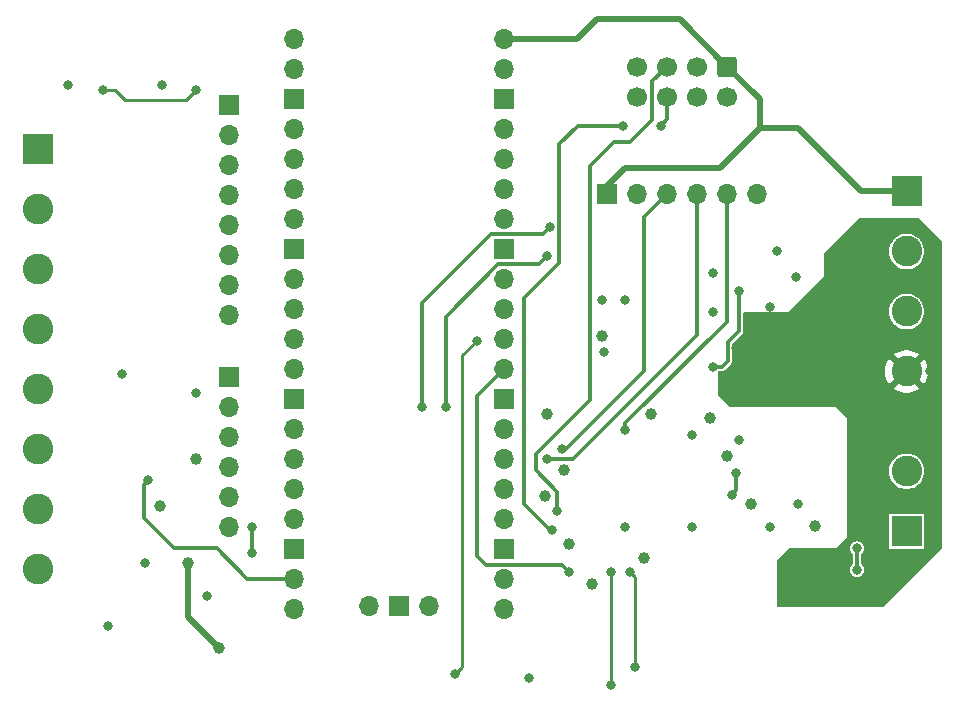
<source format=gbl>
%TF.GenerationSoftware,KiCad,Pcbnew,8.0.2*%
%TF.CreationDate,2024-10-13T16:42:59-05:00*%
%TF.ProjectId,Axis_MCU_V3,41786973-5f4d-4435-955f-56332e6b6963,rev?*%
%TF.SameCoordinates,Original*%
%TF.FileFunction,Copper,L4,Bot*%
%TF.FilePolarity,Positive*%
%FSLAX46Y46*%
G04 Gerber Fmt 4.6, Leading zero omitted, Abs format (unit mm)*
G04 Created by KiCad (PCBNEW 8.0.2) date 2024-10-13 16:42:59*
%MOMM*%
%LPD*%
G01*
G04 APERTURE LIST*
G04 Aperture macros list*
%AMRoundRect*
0 Rectangle with rounded corners*
0 $1 Rounding radius*
0 $2 $3 $4 $5 $6 $7 $8 $9 X,Y pos of 4 corners*
0 Add a 4 corners polygon primitive as box body*
4,1,4,$2,$3,$4,$5,$6,$7,$8,$9,$2,$3,0*
0 Add four circle primitives for the rounded corners*
1,1,$1+$1,$2,$3*
1,1,$1+$1,$4,$5*
1,1,$1+$1,$6,$7*
1,1,$1+$1,$8,$9*
0 Add four rect primitives between the rounded corners*
20,1,$1+$1,$2,$3,$4,$5,0*
20,1,$1+$1,$4,$5,$6,$7,0*
20,1,$1+$1,$6,$7,$8,$9,0*
20,1,$1+$1,$8,$9,$2,$3,0*%
G04 Aperture macros list end*
%TA.AperFunction,ComponentPad*%
%ADD10O,1.700000X1.700000*%
%TD*%
%TA.AperFunction,ComponentPad*%
%ADD11R,1.700000X1.700000*%
%TD*%
%TA.AperFunction,ComponentPad*%
%ADD12C,2.600000*%
%TD*%
%TA.AperFunction,ComponentPad*%
%ADD13R,2.600000X2.600000*%
%TD*%
%TA.AperFunction,ComponentPad*%
%ADD14RoundRect,0.250000X-0.600000X0.600000X-0.600000X-0.600000X0.600000X-0.600000X0.600000X0.600000X0*%
%TD*%
%TA.AperFunction,ComponentPad*%
%ADD15C,1.700000*%
%TD*%
%TA.AperFunction,ViaPad*%
%ADD16C,0.800000*%
%TD*%
%TA.AperFunction,ViaPad*%
%ADD17C,1.000000*%
%TD*%
%TA.AperFunction,Conductor*%
%ADD18C,0.250000*%
%TD*%
%TA.AperFunction,Conductor*%
%ADD19C,0.500000*%
%TD*%
%TA.AperFunction,Conductor*%
%ADD20C,0.300000*%
%TD*%
G04 APERTURE END LIST*
D10*
%TO.P,U1,43,SWDIO*%
%TO.N,/SWDIO*%
X102540000Y-80900000D03*
D11*
%TO.P,U1,42,GND*%
%TO.N,GND*%
X100000000Y-80900000D03*
D10*
%TO.P,U1,41,SWCLK*%
%TO.N,/SWCLK*%
X97460000Y-80900000D03*
%TO.P,U1,40,VBUS*%
%TO.N,+5V*%
X108890000Y-32870000D03*
%TO.P,U1,39,VSYS*%
%TO.N,unconnected-(U1-VSYS-Pad39)*%
X108890000Y-35410000D03*
D11*
%TO.P,U1,38,GND*%
%TO.N,GND*%
X108890000Y-37950000D03*
D10*
%TO.P,U1,37,3V3_EN*%
%TO.N,unconnected-(U1-3V3_EN-Pad37)*%
X108890000Y-40490000D03*
%TO.P,U1,36,3V3_OUT*%
%TO.N,+3V3*%
X108890000Y-43030000D03*
%TO.P,U1,35,ADC_VREF*%
%TO.N,unconnected-(U1-ADC_VREF-Pad35)_0*%
X108890000Y-45570000D03*
%TO.P,U1,34,GPIO28_ADC2*%
%TO.N,/HV_IO2*%
X108890000Y-48110000D03*
D11*
%TO.P,U1,33,AGND*%
%TO.N,unconnected-(U1-AGND-Pad33)_0*%
X108890000Y-50650000D03*
D10*
%TO.P,U1,32,GPIO27_ADC1*%
%TO.N,/I2C1_SCL*%
X108890000Y-53190000D03*
%TO.P,U1,31,GPIO26_ADC0*%
%TO.N,/I2C1_SDA*%
X108890000Y-55730000D03*
%TO.P,U1,30,RUN*%
%TO.N,Net-(U1-RUN)*%
X108890000Y-58270000D03*
%TO.P,U1,29,GPIO22*%
%TO.N,/~{MUX_INT}*%
X108890000Y-60810000D03*
D11*
%TO.P,U1,28,GND*%
%TO.N,GND*%
X108890000Y-63350000D03*
D10*
%TO.P,U1,27,GPIO21*%
%TO.N,/ZC_SIG*%
X108890000Y-65890000D03*
%TO.P,U1,26,GPIO20*%
%TO.N,/HV_IO1*%
X108890000Y-68430000D03*
%TO.P,U1,25,GPIO19*%
%TO.N,unconnected-(U1-GPIO19-Pad25)*%
X108890000Y-70970000D03*
%TO.P,U1,24,GPIO18*%
%TO.N,/SPI0_SCK*%
X108890000Y-73510000D03*
D11*
%TO.P,U1,23,GND*%
%TO.N,GND*%
X108890000Y-76050000D03*
D10*
%TO.P,U1,22,GPIO17*%
%TO.N,/~{SPI0_CS0}*%
X108890000Y-78590000D03*
%TO.P,U1,21,GPIO16*%
%TO.N,/SPI0_RX*%
X108890000Y-81130000D03*
%TO.P,U1,20,GPIO15*%
%TO.N,/~{SPI0_CS1}*%
X91110000Y-81130000D03*
%TO.P,U1,19,GPIO14*%
%TO.N,/~{IO_INT}*%
X91110000Y-78590000D03*
D11*
%TO.P,U1,18,GND*%
%TO.N,GND*%
X91110000Y-76050000D03*
D10*
%TO.P,U1,17,GPIO13*%
%TO.N,/I2C0_SCL*%
X91110000Y-73510000D03*
%TO.P,U1,16,GPIO12*%
%TO.N,/I2C0_SDA*%
X91110000Y-70970000D03*
%TO.P,U1,15,GPIO11*%
%TO.N,/SPI1_TX*%
X91110000Y-68430000D03*
%TO.P,U1,14,GPIO10*%
%TO.N,/SPI1_SCK*%
X91110000Y-65890000D03*
D11*
%TO.P,U1,13,GND*%
%TO.N,GND*%
X91110000Y-63350000D03*
D10*
%TO.P,U1,12,GPIO9*%
%TO.N,/~{SPI1_CS0}*%
X91110000Y-60810000D03*
%TO.P,U1,11,GPIO8*%
%TO.N,/SPI1_RX*%
X91110000Y-58270000D03*
%TO.P,U1,10,GPIO7*%
%TO.N,/GPIO7*%
X91110000Y-55730000D03*
%TO.P,U1,9,GPIO6*%
%TO.N,/GPIO6*%
X91110000Y-53190000D03*
D11*
%TO.P,U1,8,GND*%
%TO.N,GND*%
X91110000Y-50650000D03*
D10*
%TO.P,U1,7,GPIO5*%
%TO.N,/GPIO5*%
X91110000Y-48110000D03*
%TO.P,U1,6,GPIO4*%
%TO.N,/GPIO4*%
X91110000Y-45570000D03*
%TO.P,U1,5,GPIO3*%
%TO.N,/GPIO3*%
X91110000Y-43030000D03*
%TO.P,U1,4,GPIO2*%
%TO.N,/GPIO2*%
X91110000Y-40490000D03*
D11*
%TO.P,U1,3,GND*%
%TO.N,GND*%
X91110000Y-37950000D03*
D10*
%TO.P,U1,2,GPIO1*%
%TO.N,/UART_RX*%
X91110000Y-35410000D03*
%TO.P,U1,1,GPIO0*%
%TO.N,/UART_TX*%
X91110000Y-32870000D03*
%TD*%
D12*
%TO.P,J3,4,Pin_4*%
%TO.N,GND*%
X143000000Y-61020000D03*
%TO.P,J3,3,Pin_3*%
%TO.N,/ADC_1*%
X143000000Y-55940000D03*
%TO.P,J3,2,Pin_2*%
%TO.N,/ADC_0*%
X143000000Y-50860000D03*
D13*
%TO.P,J3,1,Pin_1*%
%TO.N,+5V*%
X143000000Y-45780000D03*
%TD*%
D12*
%TO.P,J2,8,Pin_8*%
%TO.N,GND*%
X69495000Y-77780000D03*
%TO.P,J2,7,Pin_7*%
%TO.N,/IO_6*%
X69495000Y-72700000D03*
%TO.P,J2,6,Pin_6*%
%TO.N,/IO_5*%
X69495000Y-67620000D03*
%TO.P,J2,5,Pin_5*%
%TO.N,/IO_4*%
X69495000Y-62540000D03*
%TO.P,J2,4,Pin_4*%
%TO.N,/IO_3*%
X69495000Y-57460000D03*
%TO.P,J2,3,Pin_3*%
%TO.N,/IO_2*%
X69495000Y-52380000D03*
%TO.P,J2,2,Pin_2*%
%TO.N,/IO_1*%
X69495000Y-47300000D03*
D13*
%TO.P,J2,1,Pin_1*%
%TO.N,+3V3*%
X69495000Y-42220000D03*
%TD*%
D10*
%TO.P,J8,6,Pin_6*%
%TO.N,GND*%
X130350000Y-46000000D03*
%TO.P,J8,5,Pin_5*%
%TO.N,/~{EXT_INT}*%
X127810000Y-46000000D03*
%TO.P,J8,4,Pin_4*%
%TO.N,/EXT_SCL*%
X125270000Y-46000000D03*
%TO.P,J8,3,Pin_3*%
%TO.N,/EXT_SDA*%
X122730000Y-46000000D03*
%TO.P,J8,2,Pin_2*%
%TO.N,+3V3*%
X120190000Y-46000000D03*
D11*
%TO.P,J8,1,Pin_1*%
%TO.N,+5V*%
X117650000Y-46000000D03*
%TD*%
D14*
%TO.P,J10,1,Pin_1*%
%TO.N,+5V*%
X127810000Y-35200000D03*
D15*
%TO.P,J10,2,Pin_2*%
%TO.N,+3V3*%
X127810000Y-37740000D03*
%TO.P,J10,3,Pin_3*%
%TO.N,/HV_IO1*%
X125270000Y-35200000D03*
%TO.P,J10,4,Pin_4*%
%TO.N,/ZC_SIG*%
X125270000Y-37740000D03*
%TO.P,J10,5,Pin_5*%
%TO.N,/HV_SDA*%
X122730000Y-35200000D03*
%TO.P,J10,6,Pin_6*%
%TO.N,/HV_SCL*%
X122730000Y-37740000D03*
%TO.P,J10,7,Pin_7*%
%TO.N,/HV_IO2*%
X120190000Y-35200000D03*
%TO.P,J10,8,Pin_8*%
%TO.N,GND*%
X120190000Y-37740000D03*
%TD*%
D12*
%TO.P,J5,2,Pin_2*%
%TO.N,/THCPL1_NEG*%
X143000000Y-69465000D03*
D13*
%TO.P,J5,1,Pin_1*%
%TO.N,/THCPL1_POS*%
X143000000Y-74545000D03*
%TD*%
D10*
%TO.P,J9,8,Pin_8*%
%TO.N,GND*%
X85600000Y-56200000D03*
%TO.P,J9,7,Pin_7*%
%TO.N,/GPIO7*%
X85600000Y-53660000D03*
%TO.P,J9,6,Pin_6*%
%TO.N,/GPIO6*%
X85600000Y-51120000D03*
%TO.P,J9,5,Pin_5*%
%TO.N,/GPIO5*%
X85600000Y-48580000D03*
%TO.P,J9,4,Pin_4*%
%TO.N,/GPIO4*%
X85600000Y-46040000D03*
%TO.P,J9,3,Pin_3*%
%TO.N,/GPIO3*%
X85600000Y-43500000D03*
%TO.P,J9,2,Pin_2*%
%TO.N,/GPIO2*%
X85600000Y-40960000D03*
D11*
%TO.P,J9,1,Pin_1*%
%TO.N,+3V3*%
X85600000Y-38420000D03*
%TD*%
D10*
%TO.P,J7,6,Pin_6*%
%TO.N,GND*%
X85600000Y-74160000D03*
%TO.P,J7,5,Pin_5*%
%TO.N,/SPI1_TX*%
X85600000Y-71620000D03*
%TO.P,J7,4,Pin_4*%
%TO.N,/SPI1_SCK*%
X85600000Y-69080000D03*
%TO.P,J7,3,Pin_3*%
%TO.N,/~{SPI1_CS0}*%
X85600000Y-66540000D03*
%TO.P,J7,2,Pin_2*%
%TO.N,/SPI1_RX*%
X85600000Y-64000000D03*
D11*
%TO.P,J7,1,Pin_1*%
%TO.N,+3V3*%
X85600000Y-61460000D03*
%TD*%
D16*
%TO.N,/UART_RX*%
X82800000Y-37200000D03*
X75000000Y-37200000D03*
%TO.N,GND*%
X72000000Y-36800000D03*
X80000000Y-36800000D03*
%TO.N,Net-(U1-RUN)*%
X106600000Y-58400000D03*
X104800000Y-86600000D03*
%TO.N,/I2C1_SDA*%
X120000000Y-86000000D03*
%TO.N,/ZC_SIG*%
X112600000Y-51200000D03*
%TO.N,/HV_IO1*%
X112800000Y-48800000D03*
X102000000Y-64000000D03*
%TO.N,/ZC_SIG*%
X104000000Y-64000000D03*
%TO.N,GND*%
X142000000Y-65000000D03*
X140000000Y-80000000D03*
X145000000Y-61000000D03*
X119200000Y-55000000D03*
X145000000Y-57000000D03*
X133000000Y-59000000D03*
X135000000Y-59000000D03*
X137400000Y-79600000D03*
X78525000Y-77235000D03*
X140000000Y-69000000D03*
X124800000Y-74200000D03*
X144000000Y-65000000D03*
X139000000Y-57000000D03*
X133000000Y-78000000D03*
X131400000Y-55600000D03*
X128000000Y-62000000D03*
X137000000Y-53000000D03*
X145000000Y-51000000D03*
X135000000Y-55000000D03*
X83800000Y-80000000D03*
X128600000Y-59000000D03*
X117400000Y-59400000D03*
X128600000Y-63000000D03*
X128800000Y-66800000D03*
X133800000Y-72200000D03*
X139000000Y-61000000D03*
X82800000Y-62800000D03*
X75400000Y-82600000D03*
X139000000Y-51000000D03*
X111000000Y-87000000D03*
X140000000Y-75000000D03*
X132000000Y-50800000D03*
X117200000Y-55000000D03*
X126600000Y-52680000D03*
X124800000Y-66400000D03*
X137000000Y-59000000D03*
X133000000Y-63000000D03*
X137000000Y-63000000D03*
X140000000Y-65000000D03*
X131400000Y-74200000D03*
X76600000Y-61200000D03*
X135000000Y-63000000D03*
X133600000Y-53000000D03*
D17*
%TO.N,+3V3*%
X126400000Y-65000000D03*
D16*
X119200000Y-74200000D03*
D17*
X82200000Y-77200000D03*
X135275000Y-74075000D03*
X84800000Y-84400000D03*
X129800000Y-72200000D03*
D16*
X126600000Y-56000000D03*
D17*
X121400000Y-64600000D03*
X82800000Y-68400000D03*
X116400000Y-79000000D03*
X114400000Y-75600000D03*
X114000000Y-69400000D03*
X79800000Y-72400000D03*
X127800000Y-68200000D03*
X112400000Y-71600000D03*
X112600000Y-64600000D03*
X120800000Y-76800000D03*
X117200000Y-58000000D03*
D16*
%TO.N,/4.5V_VREF*%
X126600000Y-60600000D03*
X128800000Y-54200000D03*
%TO.N,/THCPL1_NEG*%
X138800000Y-76000000D03*
X138800000Y-77800000D03*
%TO.N,/EXT_SCL*%
X112600000Y-68400000D03*
%TO.N,/I2C0_SDA*%
X87610331Y-76410331D03*
X87600000Y-74200000D03*
%TO.N,/EXT_SDA*%
X113800000Y-67600000D03*
%TO.N,/~{EXT_INT}*%
X119200000Y-66000000D03*
%TO.N,/I2C1_SDA*%
X119600000Y-78000000D03*
%TO.N,/HV_SCL*%
X122200000Y-40200000D03*
X113000000Y-74400000D03*
X119000000Y-40200000D03*
%TO.N,/HV_SDA*%
X113400000Y-72800000D03*
%TO.N,/~{IO_INT}*%
X78800000Y-70200000D03*
%TO.N,/~{MUX_INT}*%
X114400000Y-78000000D03*
%TO.N,/TIMER_SDA*%
X128200000Y-71490000D03*
X128600000Y-69600000D03*
%TO.N,/I2C1_SCL*%
X118000000Y-78000000D03*
X118000000Y-87600000D03*
%TD*%
D18*
%TO.N,/UART_RX*%
X76800000Y-38000000D02*
X82000000Y-38000000D01*
X82000000Y-38000000D02*
X82800000Y-37200000D01*
X76000000Y-37200000D02*
X76800000Y-38000000D01*
X75000000Y-37200000D02*
X76000000Y-37200000D01*
%TO.N,/I2C1_SCL*%
X118000000Y-78000000D02*
X118000000Y-87600000D01*
%TO.N,/I2C1_SDA*%
X120000000Y-78400000D02*
X120000000Y-86000000D01*
X119600000Y-78000000D02*
X120000000Y-78400000D01*
D19*
%TO.N,+3V3*%
X82200000Y-81800000D02*
X84800000Y-84400000D01*
X82200000Y-77200000D02*
X82200000Y-81800000D01*
D20*
%TO.N,/HV_SDA*%
X121472877Y-36457123D02*
X122730000Y-35200000D01*
X121472877Y-39727123D02*
X121472877Y-36457123D01*
X111600000Y-68000000D02*
X116200000Y-63400000D01*
X118200000Y-41600000D02*
X119600000Y-41600000D01*
X111600000Y-69400000D02*
X111600000Y-68000000D01*
X116200000Y-43600000D02*
X118200000Y-41600000D01*
X113400000Y-71200000D02*
X111600000Y-69400000D01*
X116200000Y-63400000D02*
X116200000Y-43600000D01*
X113400000Y-72800000D02*
X113400000Y-71200000D01*
X119600000Y-41600000D02*
X121472877Y-39727123D01*
%TO.N,/HV_IO1*%
X107827942Y-49372058D02*
X102000000Y-55200000D01*
X102000000Y-55200000D02*
X102000000Y-64000000D01*
X112227942Y-49372058D02*
X107827942Y-49372058D01*
X112800000Y-48800000D02*
X112227942Y-49372058D01*
%TO.N,/ZC_SIG*%
X108445233Y-51937710D02*
X104000000Y-56382943D01*
X111862290Y-51937710D02*
X108445233Y-51937710D01*
X112600000Y-51200000D02*
X111862290Y-51937710D01*
X104000000Y-56382943D02*
X104000000Y-64000000D01*
D18*
%TO.N,Net-(U1-RUN)*%
X105400000Y-59600000D02*
X106600000Y-58400000D01*
X104800000Y-86600000D02*
X105400000Y-86000000D01*
X105400000Y-86000000D02*
X105400000Y-59600000D01*
X106600000Y-58400000D02*
X106800000Y-58200000D01*
D20*
%TO.N,/HV_SCL*%
X115200000Y-40200000D02*
X119000000Y-40200000D01*
X113600000Y-41800000D02*
X115200000Y-40200000D01*
X110600000Y-54800000D02*
X113600000Y-51800000D01*
X113600000Y-51800000D02*
X113600000Y-41800000D01*
X110600000Y-72200000D02*
X110600000Y-54800000D01*
X113000000Y-74400000D02*
X112800000Y-74400000D01*
X112800000Y-74400000D02*
X110600000Y-72200000D01*
D19*
%TO.N,+5V*%
X127200000Y-43800000D02*
X130600000Y-40400000D01*
X142295000Y-45780000D02*
X139180000Y-45780000D01*
X139180000Y-45780000D02*
X133800000Y-40400000D01*
X130600000Y-40400000D02*
X130600000Y-37990000D01*
X123810000Y-31200000D02*
X116800000Y-31200000D01*
X133800000Y-40400000D02*
X130600000Y-40400000D01*
X119200000Y-43800000D02*
X117650000Y-45350000D01*
X116800000Y-31200000D02*
X115130000Y-32870000D01*
X117650000Y-45350000D02*
X117650000Y-46000000D01*
X127810000Y-35200000D02*
X123810000Y-31200000D01*
X115130000Y-32870000D02*
X108890000Y-32870000D01*
X130600000Y-37990000D02*
X127810000Y-35200000D01*
X119200000Y-43800000D02*
X127200000Y-43800000D01*
D20*
%TO.N,/4.5V_VREF*%
X128800000Y-54200000D02*
X128800000Y-57600000D01*
X128800000Y-57600000D02*
X127850000Y-58550000D01*
X127400000Y-60600000D02*
X126600000Y-60600000D01*
X127850000Y-60150000D02*
X127400000Y-60600000D01*
X127850000Y-58550000D02*
X127850000Y-60150000D01*
%TO.N,/THCPL1_NEG*%
X138800000Y-76000000D02*
X138800000Y-77800000D01*
%TO.N,/EXT_SCL*%
X125270000Y-57930000D02*
X125270000Y-46000000D01*
X114800000Y-68400000D02*
X125270000Y-57930000D01*
X112600000Y-68400000D02*
X114800000Y-68400000D01*
%TO.N,/EXT_SDA*%
X120800000Y-47930000D02*
X122730000Y-46000000D01*
X113800000Y-67600000D02*
X114200000Y-67600000D01*
X120800000Y-61000000D02*
X120800000Y-47930000D01*
X114200000Y-67600000D02*
X120800000Y-61000000D01*
%TO.N,/~{EXT_INT}*%
X127810000Y-56790000D02*
X127810000Y-46000000D01*
X119200000Y-65400000D02*
X127810000Y-56790000D01*
X119200000Y-66000000D02*
X119200000Y-65400000D01*
%TO.N,/HV_SCL*%
X122200000Y-40200000D02*
X122730000Y-39670000D01*
X122730000Y-39670000D02*
X122730000Y-37740000D01*
%TO.N,/~{IO_INT}*%
X78400000Y-73400000D02*
X81000000Y-76000000D01*
X87190000Y-78590000D02*
X91110000Y-78590000D01*
X78800000Y-70200000D02*
X78400000Y-70600000D01*
X84600000Y-76000000D02*
X87190000Y-78590000D01*
X78400000Y-70600000D02*
X78400000Y-73400000D01*
X81000000Y-76000000D02*
X84600000Y-76000000D01*
%TO.N,/~{MUX_INT}*%
X106600000Y-66600000D02*
X106600000Y-76600000D01*
X107800000Y-77400000D02*
X107810000Y-77390000D01*
X107400000Y-77400000D02*
X107800000Y-77400000D01*
X113790000Y-77390000D02*
X114400000Y-78000000D01*
X106600000Y-76600000D02*
X107400000Y-77400000D01*
X106600000Y-63100000D02*
X106600000Y-66600000D01*
X107810000Y-77390000D02*
X113790000Y-77390000D01*
X108890000Y-60810000D02*
X106600000Y-63100000D01*
%TO.N,/TIMER_SDA*%
X128600000Y-71090000D02*
X128600000Y-69600000D01*
X128200000Y-71490000D02*
X128600000Y-71090000D01*
%TO.N,/I2C0_SDA*%
X87600000Y-76400000D02*
X87610331Y-76410331D01*
X87600000Y-74200000D02*
X87600000Y-76400000D01*
%TD*%
%TA.AperFunction,Conductor*%
%TO.N,GND*%
G36*
X144015677Y-48019685D02*
G01*
X144036319Y-48036319D01*
X145963681Y-49963681D01*
X145997166Y-50025004D01*
X146000000Y-50051362D01*
X146000000Y-75948638D01*
X145980315Y-76015677D01*
X145963681Y-76036319D01*
X141036319Y-80963681D01*
X140974996Y-80997166D01*
X140948638Y-81000000D01*
X139000000Y-81000000D01*
X135000000Y-81000000D01*
X132124000Y-81000000D01*
X132056961Y-80980315D01*
X132011206Y-80927511D01*
X132000000Y-80876000D01*
X132000000Y-77051362D01*
X132019685Y-76984323D01*
X132036319Y-76963681D01*
X132963681Y-76036319D01*
X133025004Y-76002834D01*
X133051362Y-76000000D01*
X137000000Y-76000000D01*
X137000002Y-75999998D01*
X138194318Y-75999998D01*
X138194318Y-76000000D01*
X138214955Y-76156760D01*
X138214956Y-76156762D01*
X138275464Y-76302841D01*
X138371718Y-76428282D01*
X138400987Y-76450740D01*
X138442189Y-76507165D01*
X138449500Y-76549115D01*
X138449500Y-77250883D01*
X138429815Y-77317922D01*
X138400987Y-77349258D01*
X138371721Y-77371714D01*
X138275463Y-77497160D01*
X138214956Y-77643237D01*
X138214955Y-77643239D01*
X138194318Y-77799998D01*
X138194318Y-77800001D01*
X138214955Y-77956760D01*
X138214956Y-77956762D01*
X138275464Y-78102841D01*
X138371718Y-78228282D01*
X138497159Y-78324536D01*
X138643238Y-78385044D01*
X138721619Y-78395363D01*
X138799999Y-78405682D01*
X138800000Y-78405682D01*
X138800001Y-78405682D01*
X138852254Y-78398802D01*
X138956762Y-78385044D01*
X139102841Y-78324536D01*
X139228282Y-78228282D01*
X139324536Y-78102841D01*
X139385044Y-77956762D01*
X139405682Y-77800000D01*
X139385044Y-77643238D01*
X139324536Y-77497159D01*
X139228282Y-77371718D01*
X139228279Y-77371716D01*
X139228278Y-77371714D01*
X139199013Y-77349258D01*
X139157811Y-77292830D01*
X139150500Y-77250883D01*
X139150500Y-76549115D01*
X139170185Y-76482076D01*
X139199011Y-76450742D01*
X139228282Y-76428282D01*
X139324536Y-76302841D01*
X139385044Y-76156762D01*
X139405682Y-76000000D01*
X139385044Y-75843238D01*
X139324536Y-75697159D01*
X139228282Y-75571718D01*
X139102841Y-75475464D01*
X138956762Y-75414956D01*
X138956760Y-75414955D01*
X138800001Y-75394318D01*
X138799999Y-75394318D01*
X138643239Y-75414955D01*
X138643237Y-75414956D01*
X138497160Y-75475463D01*
X138371718Y-75571718D01*
X138275463Y-75697160D01*
X138214956Y-75843237D01*
X138214955Y-75843239D01*
X138194318Y-75999998D01*
X137000002Y-75999998D01*
X138000000Y-75000000D01*
X138000000Y-73225247D01*
X141499500Y-73225247D01*
X141499500Y-75864752D01*
X141511131Y-75923229D01*
X141511132Y-75923230D01*
X141555447Y-75989552D01*
X141621769Y-76033867D01*
X141621770Y-76033868D01*
X141680247Y-76045499D01*
X141680250Y-76045500D01*
X141680252Y-76045500D01*
X144319750Y-76045500D01*
X144319751Y-76045499D01*
X144334568Y-76042552D01*
X144378229Y-76033868D01*
X144378229Y-76033867D01*
X144378231Y-76033867D01*
X144444552Y-75989552D01*
X144488867Y-75923231D01*
X144488867Y-75923229D01*
X144488868Y-75923229D01*
X144500499Y-75864752D01*
X144500500Y-75864750D01*
X144500500Y-73225249D01*
X144500499Y-73225247D01*
X144488868Y-73166770D01*
X144488867Y-73166769D01*
X144444552Y-73100447D01*
X144378230Y-73056132D01*
X144378229Y-73056131D01*
X144319752Y-73044500D01*
X144319748Y-73044500D01*
X141680252Y-73044500D01*
X141680247Y-73044500D01*
X141621770Y-73056131D01*
X141621769Y-73056132D01*
X141555447Y-73100447D01*
X141511132Y-73166769D01*
X141511131Y-73166770D01*
X141499500Y-73225247D01*
X138000000Y-73225247D01*
X138000000Y-69464994D01*
X141494357Y-69464994D01*
X141494357Y-69465005D01*
X141514890Y-69712812D01*
X141514892Y-69712824D01*
X141575936Y-69953881D01*
X141675826Y-70181606D01*
X141811833Y-70389782D01*
X141811836Y-70389785D01*
X141980256Y-70572738D01*
X142176491Y-70725474D01*
X142395190Y-70843828D01*
X142630386Y-70924571D01*
X142875665Y-70965500D01*
X143124335Y-70965500D01*
X143369614Y-70924571D01*
X143604810Y-70843828D01*
X143823509Y-70725474D01*
X144019744Y-70572738D01*
X144188164Y-70389785D01*
X144324173Y-70181607D01*
X144424063Y-69953881D01*
X144485108Y-69712821D01*
X144505643Y-69465000D01*
X144491735Y-69297159D01*
X144485109Y-69217187D01*
X144485107Y-69217175D01*
X144424063Y-68976118D01*
X144324173Y-68748393D01*
X144188166Y-68540217D01*
X144166557Y-68516744D01*
X144019744Y-68357262D01*
X143823509Y-68204526D01*
X143823507Y-68204525D01*
X143823506Y-68204524D01*
X143604811Y-68086172D01*
X143604802Y-68086169D01*
X143369616Y-68005429D01*
X143124335Y-67964500D01*
X142875665Y-67964500D01*
X142630383Y-68005429D01*
X142395197Y-68086169D01*
X142395188Y-68086172D01*
X142176493Y-68204524D01*
X141980257Y-68357261D01*
X141811833Y-68540217D01*
X141675826Y-68748393D01*
X141575936Y-68976118D01*
X141514892Y-69217175D01*
X141514890Y-69217187D01*
X141494357Y-69464994D01*
X138000000Y-69464994D01*
X138000000Y-65000000D01*
X137000000Y-64000000D01*
X128051362Y-64000000D01*
X127984323Y-63980315D01*
X127963681Y-63963681D01*
X127036319Y-63036319D01*
X127002834Y-62974996D01*
X127000000Y-62948638D01*
X127000000Y-61107231D01*
X127019685Y-61040192D01*
X127025625Y-61031743D01*
X127028279Y-61028284D01*
X127028282Y-61028282D01*
X127034641Y-61019995D01*
X141194953Y-61019995D01*
X141194953Y-61020004D01*
X141215113Y-61289026D01*
X141215113Y-61289028D01*
X141275142Y-61552033D01*
X141275148Y-61552052D01*
X141373709Y-61803181D01*
X141373708Y-61803181D01*
X141508602Y-62036822D01*
X141562294Y-62104151D01*
X141562295Y-62104151D01*
X142398958Y-61267488D01*
X142423978Y-61327890D01*
X142495112Y-61434351D01*
X142585649Y-61524888D01*
X142692110Y-61596022D01*
X142752510Y-61621041D01*
X141914848Y-62458702D01*
X142097483Y-62583220D01*
X142097485Y-62583221D01*
X142340539Y-62700269D01*
X142340537Y-62700269D01*
X142598337Y-62779790D01*
X142598343Y-62779792D01*
X142865101Y-62819999D01*
X142865110Y-62820000D01*
X143134890Y-62820000D01*
X143134898Y-62819999D01*
X143401656Y-62779792D01*
X143401662Y-62779790D01*
X143659461Y-62700269D01*
X143902521Y-62583218D01*
X144085150Y-62458702D01*
X143247488Y-61621041D01*
X143307890Y-61596022D01*
X143414351Y-61524888D01*
X143504888Y-61434351D01*
X143576022Y-61327890D01*
X143601041Y-61267488D01*
X144437703Y-62104151D01*
X144437704Y-62104150D01*
X144491393Y-62036828D01*
X144491400Y-62036817D01*
X144626290Y-61803181D01*
X144724851Y-61552052D01*
X144724857Y-61552033D01*
X144784886Y-61289028D01*
X144784886Y-61289026D01*
X144805047Y-61020004D01*
X144805047Y-61019995D01*
X144784886Y-60750973D01*
X144784886Y-60750971D01*
X144724857Y-60487966D01*
X144724851Y-60487947D01*
X144626290Y-60236818D01*
X144626291Y-60236818D01*
X144491397Y-60003177D01*
X144437704Y-59935847D01*
X143601041Y-60772510D01*
X143576022Y-60712110D01*
X143504888Y-60605649D01*
X143414351Y-60515112D01*
X143307890Y-60443978D01*
X143247488Y-60418958D01*
X144085150Y-59581296D01*
X143902517Y-59456779D01*
X143902516Y-59456778D01*
X143659460Y-59339730D01*
X143659462Y-59339730D01*
X143401662Y-59260209D01*
X143401656Y-59260207D01*
X143134898Y-59220000D01*
X142865101Y-59220000D01*
X142598343Y-59260207D01*
X142598337Y-59260209D01*
X142340538Y-59339730D01*
X142097485Y-59456778D01*
X142097476Y-59456783D01*
X141914848Y-59581296D01*
X142752511Y-60418958D01*
X142692110Y-60443978D01*
X142585649Y-60515112D01*
X142495112Y-60605649D01*
X142423978Y-60712110D01*
X142398958Y-60772511D01*
X141562295Y-59935848D01*
X141508600Y-60003180D01*
X141373709Y-60236818D01*
X141275148Y-60487947D01*
X141275142Y-60487966D01*
X141215113Y-60750971D01*
X141215113Y-60750973D01*
X141194953Y-61019995D01*
X127034641Y-61019995D01*
X127050742Y-60999011D01*
X127107169Y-60957810D01*
X127149116Y-60950500D01*
X127446142Y-60950500D01*
X127446144Y-60950500D01*
X127535288Y-60926614D01*
X127615212Y-60880470D01*
X128130470Y-60365212D01*
X128176614Y-60285288D01*
X128186203Y-60249500D01*
X128200500Y-60196144D01*
X128200500Y-58746544D01*
X128220185Y-58679505D01*
X128236819Y-58658863D01*
X128560896Y-58334786D01*
X129080470Y-57815212D01*
X129126614Y-57735288D01*
X129150500Y-57646144D01*
X129150500Y-56124000D01*
X129170185Y-56056961D01*
X129222989Y-56011206D01*
X129274500Y-56000000D01*
X133000000Y-56000000D01*
X133060006Y-55939994D01*
X141494357Y-55939994D01*
X141494357Y-55940005D01*
X141514890Y-56187812D01*
X141514892Y-56187824D01*
X141575936Y-56428881D01*
X141675826Y-56656606D01*
X141811833Y-56864782D01*
X141844245Y-56899991D01*
X141980256Y-57047738D01*
X142176491Y-57200474D01*
X142395190Y-57318828D01*
X142630386Y-57399571D01*
X142875665Y-57440500D01*
X143124335Y-57440500D01*
X143369614Y-57399571D01*
X143604810Y-57318828D01*
X143823509Y-57200474D01*
X144019744Y-57047738D01*
X144188164Y-56864785D01*
X144324173Y-56656607D01*
X144424063Y-56428881D01*
X144485108Y-56187821D01*
X144487682Y-56156762D01*
X144505643Y-55940005D01*
X144505643Y-55939994D01*
X144485109Y-55692187D01*
X144485107Y-55692175D01*
X144424063Y-55451118D01*
X144324173Y-55223393D01*
X144188166Y-55015217D01*
X144166557Y-54991744D01*
X144019744Y-54832262D01*
X143823509Y-54679526D01*
X143823507Y-54679525D01*
X143823506Y-54679524D01*
X143604811Y-54561172D01*
X143604802Y-54561169D01*
X143369616Y-54480429D01*
X143124335Y-54439500D01*
X142875665Y-54439500D01*
X142630383Y-54480429D01*
X142395197Y-54561169D01*
X142395188Y-54561172D01*
X142176493Y-54679524D01*
X141980257Y-54832261D01*
X141811833Y-55015217D01*
X141675826Y-55223393D01*
X141575936Y-55451118D01*
X141514892Y-55692175D01*
X141514890Y-55692187D01*
X141494357Y-55939994D01*
X133060006Y-55939994D01*
X136000000Y-53000000D01*
X136000000Y-51051362D01*
X136019685Y-50984323D01*
X136036319Y-50963681D01*
X136140006Y-50859994D01*
X141494357Y-50859994D01*
X141494357Y-50860005D01*
X141514890Y-51107812D01*
X141514892Y-51107824D01*
X141575936Y-51348881D01*
X141675826Y-51576606D01*
X141811833Y-51784782D01*
X141811836Y-51784785D01*
X141980256Y-51967738D01*
X142176491Y-52120474D01*
X142395190Y-52238828D01*
X142630386Y-52319571D01*
X142875665Y-52360500D01*
X143124335Y-52360500D01*
X143369614Y-52319571D01*
X143604810Y-52238828D01*
X143823509Y-52120474D01*
X144019744Y-51967738D01*
X144188164Y-51784785D01*
X144324173Y-51576607D01*
X144424063Y-51348881D01*
X144485108Y-51107821D01*
X144485109Y-51107812D01*
X144505643Y-50860005D01*
X144505643Y-50859994D01*
X144485109Y-50612187D01*
X144485107Y-50612175D01*
X144424063Y-50371118D01*
X144324173Y-50143393D01*
X144188166Y-49935217D01*
X144166557Y-49911744D01*
X144019744Y-49752262D01*
X143823509Y-49599526D01*
X143823507Y-49599525D01*
X143823506Y-49599524D01*
X143604811Y-49481172D01*
X143604802Y-49481169D01*
X143369616Y-49400429D01*
X143124335Y-49359500D01*
X142875665Y-49359500D01*
X142630383Y-49400429D01*
X142395197Y-49481169D01*
X142395188Y-49481172D01*
X142176493Y-49599524D01*
X141980257Y-49752261D01*
X141811833Y-49935217D01*
X141675826Y-50143393D01*
X141575936Y-50371118D01*
X141514892Y-50612175D01*
X141514890Y-50612187D01*
X141494357Y-50859994D01*
X136140006Y-50859994D01*
X138963681Y-48036319D01*
X139025004Y-48002834D01*
X139051362Y-48000000D01*
X143948638Y-48000000D01*
X144015677Y-48019685D01*
G37*
%TD.AperFunction*%
%TD*%
M02*

</source>
